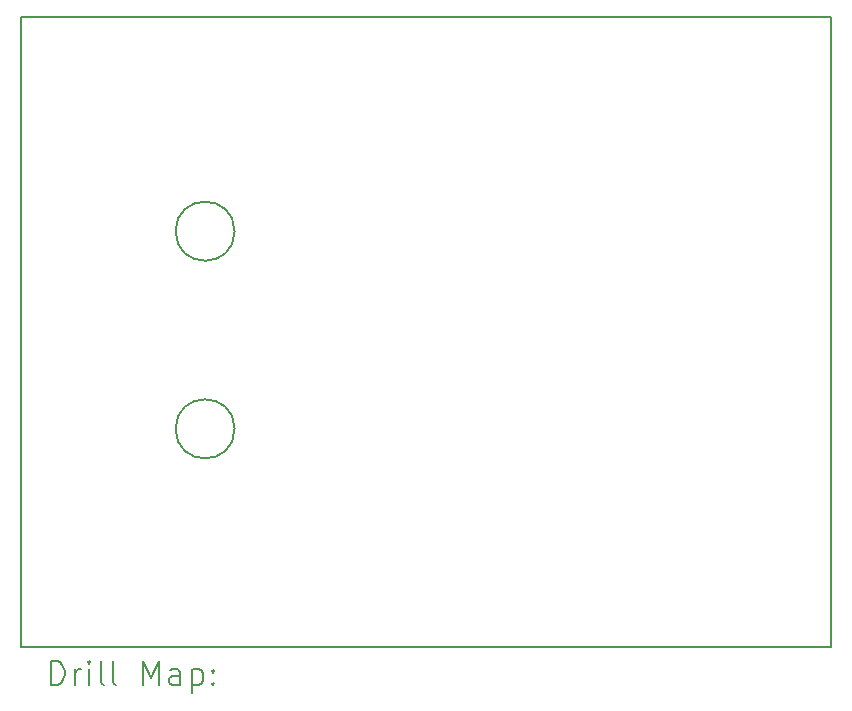
<source format=gbr>
%TF.GenerationSoftware,KiCad,Pcbnew,8.0.6*%
%TF.CreationDate,2024-11-11T09:27:37+01:00*%
%TF.ProjectId,lmwb_lochraster_arduino_L293D,6c6d7762-5f6c-46f6-9368-726173746572,V.0.1*%
%TF.SameCoordinates,Original*%
%TF.FileFunction,Drillmap*%
%TF.FilePolarity,Positive*%
%FSLAX45Y45*%
G04 Gerber Fmt 4.5, Leading zero omitted, Abs format (unit mm)*
G04 Created by KiCad (PCBNEW 8.0.6) date 2024-11-11 09:27:37*
%MOMM*%
%LPD*%
G01*
G04 APERTURE LIST*
%ADD10C,0.150000*%
%ADD11C,0.200000*%
G04 APERTURE END LIST*
D10*
X6277400Y-4351000D02*
G75*
G02*
X5777400Y-4351000I-250000J0D01*
G01*
X5777400Y-4351000D02*
G75*
G02*
X6277400Y-4351000I250000J0D01*
G01*
X4470380Y-2539980D02*
X11328380Y-2539980D01*
X11328380Y-7873980D01*
X4470380Y-7873980D01*
X4470380Y-2539980D01*
X6277400Y-6024000D02*
G75*
G02*
X5777400Y-6024000I-250000J0D01*
G01*
X5777400Y-6024000D02*
G75*
G02*
X6277400Y-6024000I250000J0D01*
G01*
D11*
X4723657Y-8192964D02*
X4723657Y-7992964D01*
X4723657Y-7992964D02*
X4771276Y-7992964D01*
X4771276Y-7992964D02*
X4799847Y-8002488D01*
X4799847Y-8002488D02*
X4818895Y-8021535D01*
X4818895Y-8021535D02*
X4828419Y-8040583D01*
X4828419Y-8040583D02*
X4837943Y-8078678D01*
X4837943Y-8078678D02*
X4837943Y-8107249D01*
X4837943Y-8107249D02*
X4828419Y-8145345D01*
X4828419Y-8145345D02*
X4818895Y-8164392D01*
X4818895Y-8164392D02*
X4799847Y-8183440D01*
X4799847Y-8183440D02*
X4771276Y-8192964D01*
X4771276Y-8192964D02*
X4723657Y-8192964D01*
X4923657Y-8192964D02*
X4923657Y-8059630D01*
X4923657Y-8097726D02*
X4933181Y-8078678D01*
X4933181Y-8078678D02*
X4942704Y-8069154D01*
X4942704Y-8069154D02*
X4961752Y-8059630D01*
X4961752Y-8059630D02*
X4980800Y-8059630D01*
X5047466Y-8192964D02*
X5047466Y-8059630D01*
X5047466Y-7992964D02*
X5037943Y-8002488D01*
X5037943Y-8002488D02*
X5047466Y-8012011D01*
X5047466Y-8012011D02*
X5056990Y-8002488D01*
X5056990Y-8002488D02*
X5047466Y-7992964D01*
X5047466Y-7992964D02*
X5047466Y-8012011D01*
X5171276Y-8192964D02*
X5152228Y-8183440D01*
X5152228Y-8183440D02*
X5142704Y-8164392D01*
X5142704Y-8164392D02*
X5142704Y-7992964D01*
X5276038Y-8192964D02*
X5256990Y-8183440D01*
X5256990Y-8183440D02*
X5247466Y-8164392D01*
X5247466Y-8164392D02*
X5247466Y-7992964D01*
X5504609Y-8192964D02*
X5504609Y-7992964D01*
X5504609Y-7992964D02*
X5571276Y-8135821D01*
X5571276Y-8135821D02*
X5637942Y-7992964D01*
X5637942Y-7992964D02*
X5637942Y-8192964D01*
X5818895Y-8192964D02*
X5818895Y-8088202D01*
X5818895Y-8088202D02*
X5809371Y-8069154D01*
X5809371Y-8069154D02*
X5790323Y-8059630D01*
X5790323Y-8059630D02*
X5752228Y-8059630D01*
X5752228Y-8059630D02*
X5733181Y-8069154D01*
X5818895Y-8183440D02*
X5799847Y-8192964D01*
X5799847Y-8192964D02*
X5752228Y-8192964D01*
X5752228Y-8192964D02*
X5733181Y-8183440D01*
X5733181Y-8183440D02*
X5723657Y-8164392D01*
X5723657Y-8164392D02*
X5723657Y-8145345D01*
X5723657Y-8145345D02*
X5733181Y-8126297D01*
X5733181Y-8126297D02*
X5752228Y-8116773D01*
X5752228Y-8116773D02*
X5799847Y-8116773D01*
X5799847Y-8116773D02*
X5818895Y-8107249D01*
X5914133Y-8059630D02*
X5914133Y-8259630D01*
X5914133Y-8069154D02*
X5933181Y-8059630D01*
X5933181Y-8059630D02*
X5971276Y-8059630D01*
X5971276Y-8059630D02*
X5990323Y-8069154D01*
X5990323Y-8069154D02*
X5999847Y-8078678D01*
X5999847Y-8078678D02*
X6009371Y-8097726D01*
X6009371Y-8097726D02*
X6009371Y-8154868D01*
X6009371Y-8154868D02*
X5999847Y-8173916D01*
X5999847Y-8173916D02*
X5990323Y-8183440D01*
X5990323Y-8183440D02*
X5971276Y-8192964D01*
X5971276Y-8192964D02*
X5933181Y-8192964D01*
X5933181Y-8192964D02*
X5914133Y-8183440D01*
X6095085Y-8173916D02*
X6104609Y-8183440D01*
X6104609Y-8183440D02*
X6095085Y-8192964D01*
X6095085Y-8192964D02*
X6085562Y-8183440D01*
X6085562Y-8183440D02*
X6095085Y-8173916D01*
X6095085Y-8173916D02*
X6095085Y-8192964D01*
X6095085Y-8069154D02*
X6104609Y-8078678D01*
X6104609Y-8078678D02*
X6095085Y-8088202D01*
X6095085Y-8088202D02*
X6085562Y-8078678D01*
X6085562Y-8078678D02*
X6095085Y-8069154D01*
X6095085Y-8069154D02*
X6095085Y-8088202D01*
M02*

</source>
